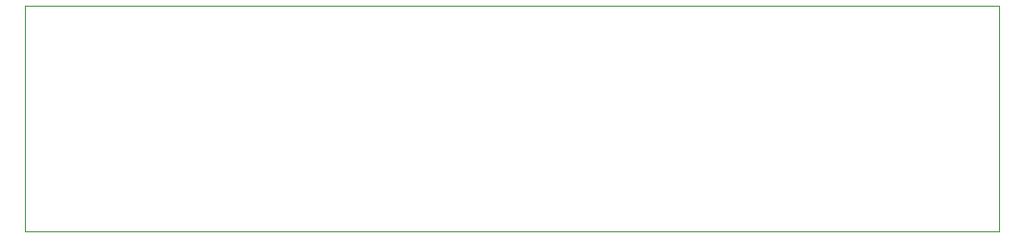
<source format=gbr>
G04 #@! TF.GenerationSoftware,KiCad,Pcbnew,6.0.0-rc1-unknown-c40e921cb3~144~ubuntu20.04.1*
G04 #@! TF.CreationDate,2021-11-22T05:53:21+02:00*
G04 #@! TF.ProjectId,PSU-NONISOLATED,5053552d-4e4f-44e4-9953-4f4c41544544,rev?*
G04 #@! TF.SameCoordinates,Original*
G04 #@! TF.FileFunction,Profile,NP*
%FSLAX46Y46*%
G04 Gerber Fmt 4.6, Leading zero omitted, Abs format (unit mm)*
G04 Created by KiCad (PCBNEW 6.0.0-rc1-unknown-c40e921cb3~144~ubuntu20.04.1) date 2021-11-22 05:53:21*
%MOMM*%
%LPD*%
G01*
G04 APERTURE LIST*
G04 #@! TA.AperFunction,Profile*
%ADD10C,0.100000*%
G04 #@! TD*
G04 APERTURE END LIST*
D10*
X61000000Y-45000000D02*
X147000000Y-45000000D01*
X147000000Y-45000000D02*
X147000000Y-65000000D01*
X147000000Y-65000000D02*
X61000000Y-65000000D01*
X61000000Y-65000000D02*
X61000000Y-45000000D01*
M02*

</source>
